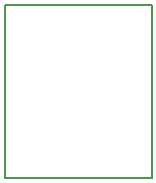
<source format=gbr>
%TF.GenerationSoftware,KiCad,Pcbnew,5.1.5+dfsg1-2~bpo10+1*%
%TF.CreationDate,Date%
%TF.ProjectId,osw-light,6f73772d-6c69-4676-9874-2e6b69636164,1.0*%
%TF.SameCoordinates,Original*%
%TF.FileFunction,Other,User*%
%FSLAX46Y46*%
G04 Gerber Fmt 4.6, Leading zero omitted, Abs format (unit mm)*
G04 Created by KiCad*
%MOMM*%
%LPD*%
G04 APERTURE LIST*
%ADD10C,0.150000*%
G04 APERTURE END LIST*
D10*
%TO.C,U4*%
X54578000Y-109027000D02*
X54578000Y-94427000D01*
X67028000Y-109027000D02*
X54578000Y-109027000D01*
X67028000Y-94427000D02*
X67028000Y-109027000D01*
X54578000Y-94427000D02*
X67028000Y-94427000D01*
%TD*%
M02*

</source>
